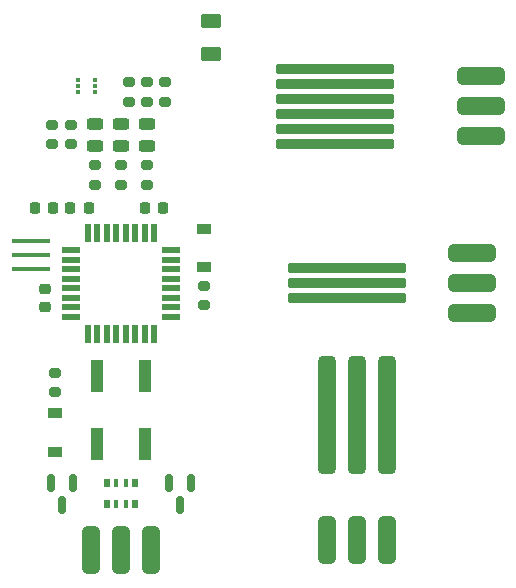
<source format=gtp>
G04 #@! TF.GenerationSoftware,KiCad,Pcbnew,6.0.2-378541a8eb~116~ubuntu20.04.1*
G04 #@! TF.CreationDate,2022-02-28T16:15:05+01:00*
G04 #@! TF.ProjectId,ISP_panel,4953505f-7061-46e6-956c-2e6b69636164,rev?*
G04 #@! TF.SameCoordinates,Original*
G04 #@! TF.FileFunction,Paste,Top*
G04 #@! TF.FilePolarity,Positive*
%FSLAX46Y46*%
G04 Gerber Fmt 4.6, Leading zero omitted, Abs format (unit mm)*
G04 Created by KiCad (PCBNEW 6.0.2-378541a8eb~116~ubuntu20.04.1) date 2022-02-28 16:15:05*
%MOMM*%
%LPD*%
G01*
G04 APERTURE LIST*
G04 Aperture macros list*
%AMRoundRect*
0 Rectangle with rounded corners*
0 $1 Rounding radius*
0 $2 $3 $4 $5 $6 $7 $8 $9 X,Y pos of 4 corners*
0 Add a 4 corners polygon primitive as box body*
4,1,4,$2,$3,$4,$5,$6,$7,$8,$9,$2,$3,0*
0 Add four circle primitives for the rounded corners*
1,1,$1+$1,$2,$3*
1,1,$1+$1,$4,$5*
1,1,$1+$1,$6,$7*
1,1,$1+$1,$8,$9*
0 Add four rect primitives between the rounded corners*
20,1,$1+$1,$2,$3,$4,$5,0*
20,1,$1+$1,$4,$5,$6,$7,0*
20,1,$1+$1,$6,$7,$8,$9,0*
20,1,$1+$1,$8,$9,$2,$3,0*%
G04 Aperture macros list end*
%ADD10RoundRect,0.225000X-0.225000X-0.250000X0.225000X-0.250000X0.225000X0.250000X-0.225000X0.250000X0*%
%ADD11RoundRect,0.375000X-0.375000X-1.625000X0.375000X-1.625000X0.375000X1.625000X-0.375000X1.625000X0*%
%ADD12R,1.200000X0.900000*%
%ADD13RoundRect,0.225000X-4.775000X0.225000X-4.775000X-0.225000X4.775000X-0.225000X4.775000X0.225000X0*%
%ADD14RoundRect,0.200000X-0.275000X0.200000X-0.275000X-0.200000X0.275000X-0.200000X0.275000X0.200000X0*%
%ADD15RoundRect,0.150000X-0.150000X0.587500X-0.150000X-0.587500X0.150000X-0.587500X0.150000X0.587500X0*%
%ADD16RoundRect,0.375000X-1.625000X0.375000X-1.625000X-0.375000X1.625000X-0.375000X1.625000X0.375000X0*%
%ADD17RoundRect,0.250000X0.625000X-0.375000X0.625000X0.375000X-0.625000X0.375000X-0.625000X-0.375000X0*%
%ADD18RoundRect,0.225000X-0.250000X0.225000X-0.250000X-0.225000X0.250000X-0.225000X0.250000X0.225000X0*%
%ADD19RoundRect,0.200000X0.275000X-0.200000X0.275000X0.200000X-0.275000X0.200000X-0.275000X-0.200000X0*%
%ADD20R,0.500000X0.800000*%
%ADD21R,0.400000X0.800000*%
%ADD22RoundRect,0.225000X0.225000X0.250000X-0.225000X0.250000X-0.225000X-0.250000X0.225000X-0.250000X0*%
%ADD23RoundRect,0.243750X-0.456250X0.243750X-0.456250X-0.243750X0.456250X-0.243750X0.456250X0.243750X0*%
%ADD24RoundRect,0.375000X0.375000X4.625000X-0.375000X4.625000X-0.375000X-4.625000X0.375000X-4.625000X0*%
%ADD25R,1.600000X0.550000*%
%ADD26R,0.550000X1.600000*%
%ADD27RoundRect,0.375000X0.375000X1.625000X-0.375000X1.625000X-0.375000X-1.625000X0.375000X-1.625000X0*%
%ADD28R,1.000000X2.750000*%
%ADD29R,0.450000X0.300000*%
%ADD30R,3.200000X0.400000*%
G04 APERTURE END LIST*
D10*
G04 #@! TO.C,C4*
X35724996Y-53599996D03*
X37274996Y-53599996D03*
G04 #@! TD*
D11*
G04 #@! TO.C,J1*
X37459996Y-82599996D03*
X39999996Y-82599996D03*
X42539996Y-82599996D03*
G04 #@! TD*
D12*
G04 #@! TO.C,D2*
X34399996Y-70949996D03*
X34399996Y-74249996D03*
G04 #@! TD*
D13*
G04 #@! TO.C,J14*
X59125003Y-58729997D03*
X59125003Y-59999997D03*
X59125003Y-61269997D03*
G04 #@! TD*
D14*
G04 #@! TO.C,R2*
X42199996Y-42974996D03*
X42199996Y-44624996D03*
G04 #@! TD*
D15*
G04 #@! TO.C,Q2*
X35949996Y-76862496D03*
X34049996Y-76862496D03*
X34999996Y-78737496D03*
G04 #@! TD*
D16*
G04 #@! TO.C,J7*
X69725003Y-57459997D03*
X69725003Y-59999997D03*
X69725003Y-62539997D03*
G04 #@! TD*
D17*
G04 #@! TO.C,F1*
X47599996Y-40599996D03*
X47599996Y-37799996D03*
G04 #@! TD*
D18*
G04 #@! TO.C,C3*
X33599996Y-60449996D03*
X33599996Y-61999996D03*
G04 #@! TD*
D19*
G04 #@! TO.C,R4*
X46999996Y-61824996D03*
X46999996Y-60174996D03*
G04 #@! TD*
D12*
G04 #@! TO.C,D1*
X46999996Y-55349996D03*
X46999996Y-58649996D03*
G04 #@! TD*
D20*
G04 #@! TO.C,RN1*
X41199996Y-76899996D03*
D21*
X40399996Y-76899996D03*
X39599996Y-76899996D03*
D20*
X38799996Y-76899996D03*
X38799996Y-78699996D03*
D21*
X39599996Y-78699996D03*
X40399996Y-78699996D03*
D20*
X41199996Y-78699996D03*
G04 #@! TD*
D16*
G04 #@! TO.C,J5*
X70450003Y-42459997D03*
X70450003Y-44999997D03*
X70450003Y-47539997D03*
G04 #@! TD*
D15*
G04 #@! TO.C,Q1*
X45949996Y-76862496D03*
X44049996Y-76862496D03*
X44999996Y-78737496D03*
G04 #@! TD*
D14*
G04 #@! TO.C,R5*
X35799996Y-46574996D03*
X35799996Y-48224996D03*
G04 #@! TD*
D22*
G04 #@! TO.C,C2*
X34274996Y-53599996D03*
X32724996Y-53599996D03*
G04 #@! TD*
D23*
G04 #@! TO.C,D4*
X39999996Y-46462496D03*
X39999996Y-48337496D03*
G04 #@! TD*
D24*
G04 #@! TO.C,J11*
X62540003Y-71125003D03*
X60000003Y-71125003D03*
X57460003Y-71125003D03*
G04 #@! TD*
D19*
G04 #@! TO.C,R8*
X37799996Y-51624996D03*
X37799996Y-49974996D03*
G04 #@! TD*
D25*
G04 #@! TO.C,U1*
X35749996Y-57199996D03*
X35749996Y-57999996D03*
X35749996Y-58799996D03*
X35749996Y-59599996D03*
X35749996Y-60399996D03*
X35749996Y-61199996D03*
X35749996Y-61999996D03*
X35749996Y-62799996D03*
D26*
X37199996Y-64249996D03*
X37999996Y-64249996D03*
X38799996Y-64249996D03*
X39599996Y-64249996D03*
X40399996Y-64249996D03*
X41199996Y-64249996D03*
X41999996Y-64249996D03*
X42799996Y-64249996D03*
D25*
X44249996Y-62799996D03*
X44249996Y-61999996D03*
X44249996Y-61199996D03*
X44249996Y-60399996D03*
X44249996Y-59599996D03*
X44249996Y-58799996D03*
X44249996Y-57999996D03*
X44249996Y-57199996D03*
D26*
X42799996Y-55749996D03*
X41999996Y-55749996D03*
X41199996Y-55749996D03*
X40399996Y-55749996D03*
X39599996Y-55749996D03*
X38799996Y-55749996D03*
X37999996Y-55749996D03*
X37199996Y-55749996D03*
G04 #@! TD*
D23*
G04 #@! TO.C,D3*
X37799996Y-46462496D03*
X37799996Y-48337496D03*
G04 #@! TD*
D27*
G04 #@! TO.C,J3*
X62540003Y-81725003D03*
X60000003Y-81725003D03*
X57460003Y-81725003D03*
G04 #@! TD*
D19*
G04 #@! TO.C,R9*
X39999996Y-51624996D03*
X39999996Y-49974996D03*
G04 #@! TD*
D28*
G04 #@! TO.C,SW2*
X41999996Y-73579996D03*
X41999996Y-67819996D03*
X37999996Y-67819996D03*
X37999996Y-73579996D03*
G04 #@! TD*
D14*
G04 #@! TO.C,R3*
X43699996Y-42974996D03*
X43699996Y-44624996D03*
G04 #@! TD*
D23*
G04 #@! TO.C,D5*
X42199996Y-46462496D03*
X42199996Y-48337496D03*
G04 #@! TD*
D14*
G04 #@! TO.C,R6*
X34199996Y-46574996D03*
X34199996Y-48224996D03*
G04 #@! TD*
D29*
G04 #@! TO.C,IC1*
X37799996Y-43799996D03*
X37799996Y-43299996D03*
X37799996Y-42799996D03*
X36399996Y-42799996D03*
X36399996Y-43299996D03*
X36399996Y-43799996D03*
G04 #@! TD*
D19*
G04 #@! TO.C,R7*
X34399996Y-69224996D03*
X34399996Y-67574996D03*
G04 #@! TD*
D14*
G04 #@! TO.C,R1*
X40699996Y-42974996D03*
X40699996Y-44624996D03*
G04 #@! TD*
D13*
G04 #@! TO.C,J13*
X58100003Y-41824997D03*
X58100003Y-43094997D03*
X58100003Y-44364997D03*
X58100003Y-45634997D03*
X58100003Y-46904997D03*
X58100003Y-48174997D03*
G04 #@! TD*
D30*
G04 #@! TO.C,Y1*
X32399996Y-58799996D03*
X32399996Y-57599996D03*
X32399996Y-56399996D03*
G04 #@! TD*
D10*
G04 #@! TO.C,C1*
X42049996Y-53599996D03*
X43599996Y-53599996D03*
G04 #@! TD*
D19*
G04 #@! TO.C,R10*
X42199996Y-51624996D03*
X42199996Y-49974996D03*
G04 #@! TD*
M02*

</source>
